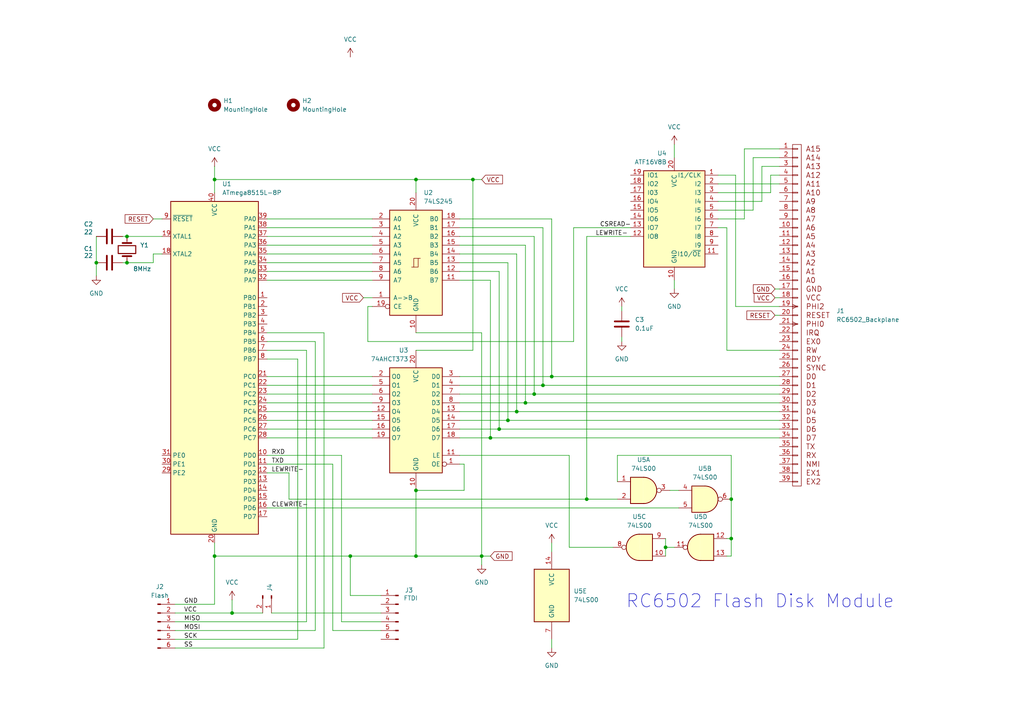
<source format=kicad_sch>
(kicad_sch (version 20231120) (generator "eeschema") (generator_version "8.0")
  (paper "A4")
  (lib_symbols
    (symbol "74xx:74AHCT373"
      (property "Reference" "U" (at -7.62 16.51 0))
      (property "Value" "74AHCT373" (at -7.62 -16.51 0))
      (symbol "74AHCT373_1_0"
        (pin input inverted (at -12.7 -12.7 0) (length 5.08) (name "OE") (number "1"))
        (pin power_in line (at 0 -20.32 90) (length 5.08) (name "GND") (number "10"))
        (pin input line (at -12.7 -10.16 0) (length 5.08) (name "LE") (number "11"))
        (pin tri_state line (at 12.7 2.54 180) (length 5.08) (name "O4") (number "12"))
        (pin input line (at -12.7 2.54 0) (length 5.08) (name "D4") (number "13"))
        (pin input line (at -12.7 0 0) (length 5.08) (name "D5") (number "14"))
        (pin tri_state line (at 12.7 0 180) (length 5.08) (name "O5") (number "15"))
        (pin tri_state line (at 12.7 -2.54 180) (length 5.08) (name "O6") (number "16"))
        (pin input line (at -12.7 -2.54 0) (length 5.08) (name "D6") (number "17"))
        (pin input line (at -12.7 -5.08 0) (length 5.08) (name "D7") (number "18"))
        (pin tri_state line (at 12.7 -5.08 180) (length 5.08) (name "O7") (number "19"))
        (pin tri_state line (at 12.7 12.7 180) (length 5.08) (name "O0") (number "2"))
        (pin power_in line (at 0 20.32 270) (length 5.08) (name "VCC") (number "20"))
        (pin input line (at -12.7 12.7 0) (length 5.08) (name "D0") (number "3"))
        (pin input line (at -12.7 10.16 0) (length 5.08) (name "D1") (number "4"))
        (pin tri_state line (at 12.7 10.16 180) (length 5.08) (name "O1") (number "5"))
        (pin tri_state line (at 12.7 7.62 180) (length 5.08) (name "O2") (number "6"))
        (pin input line (at -12.7 7.62 0) (length 5.08) (name "D2") (number "7"))
        (pin input line (at -12.7 5.08 0) (length 5.08) (name "D3") (number "8"))
        (pin tri_state line (at 12.7 5.08 180) (length 5.08) (name "O3") (number "9"))
      )
      (symbol "74AHCT373_1_1"
        (rectangle (start -7.62 15.24) (end 7.62 -15.24) (stroke (width 0.254)) (fill (type background)))
      )
    )
    (symbol "74xx:74LS00" (pin_names (offset 1.016))
      (property "Reference" "U" (at 0 1.27 0))
      (property "Value" "74LS00" (at 0 -1.27 0))
      (symbol "74LS00_1_1"
        (arc (start 0 -3.81) (mid 3.7934 0) (end 0 3.81) (stroke (width 0.254)) (fill (type background)))
        (polyline (pts (xy 0 3.81) (xy -3.81 3.81) (xy -3.81 -3.81) (xy 0 -3.81)) (stroke (width 0.254)) (fill (type background)))
        (pin input line (at -7.62 2.54 0) (length 3.81) (name "~") (number "1"))
        (pin input line (at -7.62 -2.54 0) (length 3.81) (name "~") (number "2"))
        (pin output inverted (at 7.62 0 180) (length 3.81) (name "~") (number "3"))
      )
      (symbol "74LS00_1_2"
        (arc (start -3.81 -3.81) (mid -2.589 0) (end -3.81 3.81) (stroke (width 0.254)))
        (arc (start -0.6096 -3.81) (mid 2.1842 -2.5851) (end 3.81 0) (stroke (width 0.254)) (fill (type background)))
        (polyline (pts (xy -3.81 -3.81) (xy -0.635 -3.81)) (stroke (width 0.254)) (fill (type background)))
        (polyline (pts (xy -3.81 3.81) (xy -0.635 3.81)) (stroke (width 0.254)) (fill (type background)))
        (polyline (pts (xy -0.635 3.81) (xy -3.81 3.81) (xy -3.81 3.81) (xy -3.556 3.4036) (xy -3.0226 2.2606) (xy -2.6924 1.0414) (xy -2.6162 -0.254) (xy -2.7686 -1.4986) (xy -3.175 -2.7178) (xy -3.81 -3.81) (xy -3.81 -3.81) (xy -0.635 -3.81)) (stroke (width -25.4)) (fill (type background)))
        (arc (start 3.81 0) (mid 2.1915 2.5936) (end -0.6096 3.81) (stroke (width 0.254)) (fill (type background)))
        (pin input inverted (at -7.62 2.54 0) (length 4.318) (name "~") (number "1"))
        (pin input inverted (at -7.62 -2.54 0) (length 4.318) (name "~") (number "2"))
        (pin output line (at 7.62 0 180) (length 3.81) (name "~") (number "3"))
      )
      (symbol "74LS00_2_1"
        (arc (start 0 -3.81) (mid 3.7934 0) (end 0 3.81) (stroke (width 0.254)) (fill (type background)))
        (polyline (pts (xy 0 3.81) (xy -3.81 3.81) (xy -3.81 -3.81) (xy 0 -3.81)) (stroke (width 0.254)) (fill (type background)))
        (pin input line (at -7.62 2.54 0) (length 3.81) (name "~") (number "4"))
        (pin input line (at -7.62 -2.54 0) (length 3.81) (name "~") (number "5"))
        (pin output inverted (at 7.62 0 180) (length 3.81) (name "~") (number "6"))
      )
      (symbol "74LS00_2_2"
        (arc (start -3.81 -3.81) (mid -2.589 0) (end -3.81 3.81) (stroke (width 0.254)))
        (arc (start -0.6096 -3.81) (mid 2.1842 -2.5851) (end 3.81 0) (stroke (width 0.254)) (fill (type background)))
        (polyline (pts (xy -3.81 -3.81) (xy -0.635 -3.81)) (stroke (width 0.254)) (fill (type background)))
        (polyline (pts (xy -3.81 3.81) (xy -0.635 3.81)) (stroke (width 0.254)) (fill (type background)))
        (polyline (pts (xy -0.635 3.81) (xy -3.81 3.81) (xy -3.81 3.81) (xy -3.556 3.4036) (xy -3.0226 2.2606) (xy -2.6924 1.0414) (xy -2.6162 -0.254) (xy -2.7686 -1.4986) (xy -3.175 -2.7178) (xy -3.81 -3.81) (xy -3.81 -3.81) (xy -0.635 -3.81)) (stroke (width -25.4)) (fill (type background)))
        (arc (start 3.81 0) (mid 2.1915 2.5936) (end -0.6096 3.81) (stroke (width 0.254)) (fill (type background)))
        (pin input inverted (at -7.62 2.54 0) (length 4.318) (name "~") (number "4"))
        (pin input inverted (at -7.62 -2.54 0) (length 4.318) (name "~") (number "5"))
        (pin output line (at 7.62 0 180) (length 3.81) (name "~") (number "6"))
      )
      (symbol "74LS00_3_1"
        (arc (start 0 -3.81) (mid 3.7934 0) (end 0 3.81) (stroke (width 0.254)) (fill (type background)))
        (polyline (pts (xy 0 3.81) (xy -3.81 3.81) (xy -3.81 -3.81) (xy 0 -3.81)) (stroke (width 0.254)) (fill (type background)))
        (pin input line (at -7.62 -2.54 0) (length 3.81) (name "~") (number "10"))
        (pin output inverted (at 7.62 0 180) (length 3.81) (name "~") (number "8"))
        (pin input line (at -7.62 2.54 0) (length 3.81) (name "~") (number "9"))
      )
      (symbol "74LS00_3_2"
        (arc (start -3.81 -3.81) (mid -2.589 0) (end -3.81 3.81) (stroke (width 0.254)))
        (arc (start -0.6096 -3.81) (mid 2.1842 -2.5851) (end 3.81 0) (stroke (width 0.254)) (fill (type background)))
        (polyline (pts (xy -3.81 -3.81) (xy -0.635 -3.81)) (stroke (width 0.254)) (fill (type background)))
        (polyline (pts (xy -3.81 3.81) (xy -0.635 3.81)) (stroke (width 0.254)) (fill (type background)))
        (polyline (pts (xy -0.635 3.81) (xy -3.81 3.81) (xy -3.81 3.81) (xy -3.556 3.4036) (xy -3.0226 2.2606) (xy -2.6924 1.0414) (xy -2.6162 -0.254) (xy -2.7686 -1.4986) (xy -3.175 -2.7178) (xy -3.81 -3.81) (xy -3.81 -3.81) (xy -0.635 -3.81)) (stroke (width -25.4)) (fill (type background)))
        (arc (start 3.81 0) (mid 2.1915 2.5936) (end -0.6096 3.81) (stroke (width 0.254)) (fill (type background)))
        (pin input inverted (at -7.62 -2.54 0) (length 4.318) (name "~") (number "10"))
        (pin output line (at 7.62 0 180) (length 3.81) (name "~") (number "8"))
        (pin input inverted (at -7.62 2.54 0) (length 4.318) (name "~") (number "9"))
      )
      (symbol "74LS00_4_1"
        (arc (start 0 -3.81) (mid 3.7934 0) (end 0 3.81) (stroke (width 0.254)) (fill (type background)))
        (polyline (pts (xy 0 3.81) (xy -3.81 3.81) (xy -3.81 -3.81) (xy 0 -3.81)) (stroke (width 0.254)) (fill (type background)))
        (pin output inverted (at 7.62 0 180) (length 3.81) (name "~") (number "11"))
        (pin input line (at -7.62 2.54 0) (length 3.81) (name "~") (number "12"))
        (pin input line (at -7.62 -2.54 0) (length 3.81) (name "~") (number "13"))
      )
      (symbol "74LS00_4_2"
        (arc (start -3.81 -3.81) (mid -2.589 0) (end -3.81 3.81) (stroke (width 0.254)))
        (arc (start -0.6096 -3.81) (mid 2.1842 -2.5851) (end 3.81 0) (stroke (width 0.254)) (fill (type background)))
        (polyline (pts (xy -3.81 -3.81) (xy -0.635 -3.81)) (stroke (width 0.254)) (fill (type background)))
        (polyline (pts (xy -3.81 3.81) (xy -0.635 3.81)) (stroke (width 0.254)) (fill (type background)))
        (polyline (pts (xy -0.635 3.81) (xy -3.81 3.81) (xy -3.81 3.81) (xy -3.556 3.4036) (xy -3.0226 2.2606) (xy -2.6924 1.0414) (xy -2.6162 -0.254) (xy -2.7686 -1.4986) (xy -3.175 -2.7178) (xy -3.81 -3.81) (xy -3.81 -3.81) (xy -0.635 -3.81)) (stroke (width -25.4)) (fill (type background)))
        (arc (start 3.81 0) (mid 2.1915 2.5936) (end -0.6096 3.81) (stroke (width 0.254)) (fill (type background)))
        (pin output line (at 7.62 0 180) (length 3.81) (name "~") (number "11"))
        (pin input inverted (at -7.62 2.54 0) (length 4.318) (name "~") (number "12"))
        (pin input inverted (at -7.62 -2.54 0) (length 4.318) (name "~") (number "13"))
      )
      (symbol "74LS00_5_0"
        (pin power_in line (at 0 12.7 270) (length 5.08) (name "VCC") (number "14"))
        (pin power_in line (at 0 -12.7 90) (length 5.08) (name "GND") (number "7"))
      )
      (symbol "74LS00_5_1"
        (rectangle (start -5.08 7.62) (end 5.08 -7.62) (stroke (width 0.254)) (fill (type background)))
      )
    )
    (symbol "74xx:74LS245" (pin_names (offset 1.016))
      (property "Reference" "U" (at -7.62 16.51 0))
      (property "Value" "74LS245" (at -7.62 -16.51 0))
      (symbol "74LS245_1_0"
        (polyline (pts (xy -0.635 -1.27) (xy -0.635 1.27) (xy 0.635 1.27)))
        (polyline (pts (xy -1.27 -1.27) (xy 0.635 -1.27) (xy 0.635 1.27) (xy 1.27 1.27)))
        (pin input line (at -12.7 -10.16 0) (length 5.08) (name "A->B") (number "1"))
        (pin power_in line (at 0 -20.32 90) (length 5.08) (name "GND") (number "10"))
        (pin tri_state line (at 12.7 -5.08 180) (length 5.08) (name "B7") (number "11"))
        (pin tri_state line (at 12.7 -2.54 180) (length 5.08) (name "B6") (number "12"))
        (pin tri_state line (at 12.7 0 180) (length 5.08) (name "B5") (number "13"))
        (pin tri_state line (at 12.7 2.54 180) (length 5.08) (name "B4") (number "14"))
        (pin tri_state line (at 12.7 5.08 180) (length 5.08) (name "B3") (number "15"))
        (pin tri_state line (at 12.7 7.62 180) (length 5.08) (name "B2") (number "16"))
        (pin tri_state line (at 12.7 10.16 180) (length 5.08) (name "B1") (number "17"))
        (pin tri_state line (at 12.7 12.7 180) (length 5.08) (name "B0") (number "18"))
        (pin input inverted (at -12.7 -12.7 0) (length 5.08) (name "CE") (number "19"))
        (pin tri_state line (at -12.7 12.7 0) (length 5.08) (name "A0") (number "2"))
        (pin power_in line (at 0 20.32 270) (length 5.08) (name "VCC") (number "20"))
        (pin tri_state line (at -12.7 10.16 0) (length 5.08) (name "A1") (number "3"))
        (pin tri_state line (at -12.7 7.62 0) (length 5.08) (name "A2") (number "4"))
        (pin tri_state line (at -12.7 5.08 0) (length 5.08) (name "A3") (number "5"))
        (pin tri_state line (at -12.7 2.54 0) (length 5.08) (name "A4") (number "6"))
        (pin tri_state line (at -12.7 0 0) (length 5.08) (name "A5") (number "7"))
        (pin tri_state line (at -12.7 -2.54 0) (length 5.08) (name "A6") (number "8"))
        (pin tri_state line (at -12.7 -5.08 0) (length 5.08) (name "A7") (number "9"))
      )
      (symbol "74LS245_1_1"
        (rectangle (start -7.62 15.24) (end 7.62 -15.24) (stroke (width 0.254)) (fill (type background)))
      )
    )
    (symbol "Connector:Conn_01x02_Pin" (pin_names (offset 1.016) hide)
      (property "Reference" "J" (at 0 2.54 0))
      (property "Value" "Conn_01x02_Pin" (at 0 -5.08 0))
      (symbol "Conn_01x02_Pin_1_1"
        (polyline (pts (xy 1.27 -2.54) (xy 0.8636 -2.54)) (stroke (width 0.1524)))
        (polyline (pts (xy 1.27 0) (xy 0.8636 0)) (stroke (width 0.1524)))
        (rectangle (start 0.8636 -2.413) (end 0 -2.667) (stroke (width 0.1524)) (fill (type outline)))
        (rectangle (start 0.8636 0.127) (end 0 -0.127) (stroke (width 0.1524)) (fill (type outline)))
        (pin passive line (at 5.08 0 180) (length 3.81) (name "Pin_1") (number "1"))
        (pin passive line (at 5.08 -2.54 180) (length 3.81) (name "Pin_2") (number "2"))
      )
    )
    (symbol "Connector:Conn_01x06_Pin" (pin_names (offset 1.016) hide)
      (property "Reference" "J" (at 0 7.62 0))
      (property "Value" "Conn_01x06_Pin" (at 0 -10.16 0))
      (symbol "Conn_01x06_Pin_1_1"
        (polyline (pts (xy 1.27 -7.62) (xy 0.8636 -7.62)) (stroke (width 0.1524)))
        (polyline (pts (xy 1.27 -5.08) (xy 0.8636 -5.08)) (stroke (width 0.1524)))
        (polyline (pts (xy 1.27 -2.54) (xy 0.8636 -2.54)) (stroke (width 0.1524)))
        (polyline (pts (xy 1.27 0) (xy 0.8636 0)) (stroke (width 0.1524)))
        (polyline (pts (xy 1.27 2.54) (xy 0.8636 2.54)) (stroke (width 0.1524)))
        (polyline (pts (xy 1.27 5.08) (xy 0.8636 5.08)) (stroke (width 0.1524)))
        (rectangle (start 0.8636 -7.493) (end 0 -7.747) (stroke (width 0.1524)) (fill (type outline)))
        (rectangle (start 0.8636 -4.953) (end 0 -5.207) (stroke (width 0.1524)) (fill (type outline)))
        (rectangle (start 0.8636 -2.413) (end 0 -2.667) (stroke (width 0.1524)) (fill (type outline)))
        (rectangle (start 0.8636 0.127) (end 0 -0.127) (stroke (width 0.1524)) (fill (type outline)))
        (rectangle (start 0.8636 2.667) (end 0 2.413) (stroke (width 0.1524)) (fill (type outline)))
        (rectangle (start 0.8636 5.207) (end 0 4.953) (stroke (width 0.1524)) (fill (type outline)))
        (pin passive line (at 5.08 5.08 180) (length 3.81) (name "Pin_1") (number "1"))
        (pin passive line (at 5.08 2.54 180) (length 3.81) (name "Pin_2") (number "2"))
        (pin passive line (at 5.08 0 180) (length 3.81) (name "Pin_3") (number "3"))
        (pin passive line (at 5.08 -2.54 180) (length 3.81) (name "Pin_4") (number "4"))
        (pin passive line (at 5.08 -5.08 180) (length 3.81) (name "Pin_5") (number "5"))
        (pin passive line (at 5.08 -7.62 180) (length 3.81) (name "Pin_6") (number "6"))
      )
    )
    (symbol "Device:C" (pin_numbers hide) (pin_names (offset 0.254))
      (property "Reference" "C" (at 0.635 2.54 0))
      (property "Value" "C" (at 0.635 -2.54 0))
      (symbol "C_0_1"
        (polyline (pts (xy -2.032 -0.762) (xy 2.032 -0.762)) (stroke (width 0.508)))
        (polyline (pts (xy -2.032 0.762) (xy 2.032 0.762)) (stroke (width 0.508)))
      )
      (symbol "C_1_1"
        (pin passive line (at 0 3.81 270) (length 2.794) (name "~") (number "1"))
        (pin passive line (at 0 -3.81 90) (length 2.794) (name "~") (number "2"))
      )
    )
    (symbol "Device:Crystal" (pin_numbers hide) (pin_names (offset 1.016) hide)
      (property "Reference" "Y" (at 0 3.81 0))
      (property "Value" "Crystal" (at 0 -3.81 0))
      (symbol "Crystal_0_1"
        (rectangle (start -1.143 2.54) (end 1.143 -2.54) (stroke (width 0.3048)))
        (polyline (pts (xy -2.54 0) (xy -1.905 0)))
        (polyline (pts (xy -1.905 -1.27) (xy -1.905 1.27)) (stroke (width 0.508)))
        (polyline (pts (xy 1.905 -1.27) (xy 1.905 1.27)) (stroke (width 0.508)))
        (polyline (pts (xy 2.54 0) (xy 1.905 0)))
      )
      (symbol "Crystal_1_1"
        (pin passive line (at -3.81 0 0) (length 1.27) (name "1") (number "1"))
        (pin passive line (at 3.81 0 180) (length 1.27) (name "2") (number "2"))
      )
    )
    (symbol "Logic_Programmable:GAL16V8" (pin_names (offset 1.016))
      (property "Reference" "U" (at -8.89 16.51 0))
      (property "Value" "GAL16V8" (at 1.27 16.51 0))
      (symbol "GAL16V8_0_0"
        (pin power_in line (at 0 -17.78 90) (length 3.81) (name "GND") (number "10"))
        (pin power_in line (at 0 17.78 270) (length 3.81) (name "VCC") (number "20"))
      )
      (symbol "GAL16V8_0_1"
        (rectangle (start -8.89 13.97) (end 8.89 -13.97) (stroke (width 0.254)) (fill (type background)))
      )
      (symbol "GAL16V8_1_1"
        (pin input line (at -12.7 12.7 0) (length 3.81) (name "I1/CLK") (number "1"))
        (pin input line (at -12.7 -10.16 0) (length 3.81) (name "I10/~{OE}") (number "11"))
        (pin tri_state line (at 12.7 -5.08 180) (length 3.81) (name "IO8") (number "12"))
        (pin tri_state line (at 12.7 -2.54 180) (length 3.81) (name "IO7") (number "13"))
        (pin tri_state line (at 12.7 0 180) (length 3.81) (name "IO6") (number "14"))
        (pin tri_state line (at 12.7 2.54 180) (length 3.81) (name "IO5") (number "15"))
        (pin tri_state line (at 12.7 5.08 180) (length 3.81) (name "IO4") (number "16"))
        (pin tri_state line (at 12.7 7.62 180) (length 3.81) (name "I03") (number "17"))
        (pin tri_state line (at 12.7 10.16 180) (length 3.81) (name "IO2") (number "18"))
        (pin tri_state line (at 12.7 12.7 180) (length 3.81) (name "IO1") (number "19"))
        (pin input line (at -12.7 10.16 0) (length 3.81) (name "I2") (number "2"))
        (pin input line (at -12.7 7.62 0) (length 3.81) (name "I3") (number "3"))
        (pin input line (at -12.7 5.08 0) (length 3.81) (name "I4") (number "4"))
        (pin input line (at -12.7 2.54 0) (length 3.81) (name "I5") (number "5"))
        (pin input line (at -12.7 0 0) (length 3.81) (name "I6") (number "6"))
        (pin input line (at -12.7 -2.54 0) (length 3.81) (name "I7") (number "7"))
        (pin input line (at -12.7 -5.08 0) (length 3.81) (name "I8") (number "8"))
        (pin input line (at -12.7 -7.62 0) (length 3.81) (name "I9") (number "9"))
      )
    )
    (symbol "MCU_Microchip_ATmega:ATmega8515L-8P"
      (property "Reference" "U" (at -12.7 49.53 0))
      (property "Value" "ATmega8515L-8P" (at 2.54 -49.53 0))
      (symbol "ATmega8515L-8P_0_1"
        (rectangle (start -12.7 -48.26) (end 12.7 48.26) (stroke (width 0.254)) (fill (type background)))
      )
      (symbol "ATmega8515L-8P_1_1"
        (pin bidirectional line (at 15.24 20.32 180) (length 2.54) (name "PB0") (number "1"))
        (pin bidirectional line (at 15.24 -25.4 180) (length 2.54) (name "PD0") (number "10"))
        (pin bidirectional line (at 15.24 -27.94 180) (length 2.54) (name "PD1") (number "11"))
        (pin bidirectional line (at 15.24 -30.48 180) (length 2.54) (name "PD2") (number "12"))
        (pin bidirectional line (at 15.24 -33.02 180) (length 2.54) (name "PD3") (number "13"))
        (pin bidirectional line (at 15.24 -35.56 180) (length 2.54) (name "PD4") (number "14"))
        (pin bidirectional line (at 15.24 -38.1 180) (length 2.54) (name "PD5") (number "15"))
        (pin bidirectional line (at 15.24 -40.64 180) (length 2.54) (name "PD6") (number "16"))
        (pin bidirectional line (at 15.24 -43.18 180) (length 2.54) (name "PD7") (number "17"))
        (pin output line (at -15.24 33.02 0) (length 2.54) (name "XTAL2") (number "18"))
        (pin input line (at -15.24 38.1 0) (length 2.54) (name "XTAL1") (number "19"))
        (pin bidirectional line (at 15.24 17.78 180) (length 2.54) (name "PB1") (number "2"))
        (pin power_in line (at 0 -50.8 90) (length 2.54) (name "GND") (number "20"))
        (pin bidirectional line (at 15.24 -2.54 180) (length 2.54) (name "PC0") (number "21"))
        (pin bidirectional line (at 15.24 -5.08 180) (length 2.54) (name "PC1") (number "22"))
        (pin bidirectional line (at 15.24 -7.62 180) (length 2.54) (name "PC2") (number "23"))
        (pin bidirectional line (at 15.24 -10.16 180) (length 2.54) (name "PC3") (number "24"))
        (pin bidirectional line (at 15.24 -12.7 180) (length 2.54) (name "PC4") (number "25"))
        (pin bidirectional line (at 15.24 -15.24 180) (length 2.54) (name "PC5") (number "26"))
        (pin bidirectional line (at 15.24 -17.78 180) (length 2.54) (name "PC6") (number "27"))
        (pin bidirectional line (at 15.24 -20.32 180) (length 2.54) (name "PC7") (number "28"))
        (pin bidirectional line (at -15.24 -30.48 0) (length 2.54) (name "PE2") (number "29"))
        (pin bidirectional line (at 15.24 15.24 180) (length 2.54) (name "PB2") (number "3"))
        (pin bidirectional line (at -15.24 -27.94 0) (length 2.54) (name "PE1") (number "30"))
        (pin bidirectional line (at -15.24 -25.4 0) (length 2.54) (name "PE0") (number "31"))
        (pin bidirectional line (at 15.24 25.4 180) (length 2.54) (name "PA7") (number "32"))
        (pin bidirectional line (at 15.24 27.94 180) (length 2.54) (name "PA6") (number "33"))
        (pin bidirectional line (at 15.24 30.48 180) (length 2.54) (name "PA5") (number "34"))
        (pin bidirectional line (at 15.24 33.02 180) (length 2.54) (name "PA4") (number "35"))
        (pin bidirectional line (at 15.24 35.56 180) (length 2.54) (name "PA3") (number "36"))
        (pin bidirectional line (at 15.24 38.1 180) (length 2.54) (name "PA2") (number "37"))
        (pin bidirectional line (at 15.24 40.64 180) (length 2.54) (name "PA1") (number "38"))
        (pin bidirectional line (at 15.24 43.18 180) (length 2.54) (name "PA0") (number "39"))
        (pin bidirectional line (at 15.24 12.7 180) (length 2.54) (name "PB3") (number "4"))
        (pin power_in line (at 0 50.8 270) (length 2.54) (name "VCC") (number "40"))
        (pin bidirectional line (at 15.24 10.16 180) (length 2.54) (name "PB4") (number "5"))
        (pin bidirectional line (at 15.24 7.62 180) (length 2.54) (name "PB5") (number "6"))
        (pin bidirectional line (at 15.24 5.08 180) (length 2.54) (name "PB6") (number "7"))
        (pin bidirectional line (at 15.24 2.54 180) (length 2.54) (name "PB7") (number "8"))
        (pin input line (at -15.24 43.18 0) (length 2.54) (name "~{RESET}") (number "9"))
      )
    )
    (symbol "Mechanical:MountingHole" (pin_names (offset 1.016)) (exclude_from_sim yes) (in_bom no)
      (property "Reference" "H" (at 0 5.08 0))
      (property "Value" "MountingHole" (at 0 3.175 0))
      (symbol "MountingHole_0_1"
        (circle (center 0 0) (radius 1.27) (stroke (width 1.27)))
      )
    )
    (symbol "power:GND" (power) (pin_numbers hide) (pin_names (offset 0) hide)
      (property "Value" "GND" (at 0 -3.81 0))
      (symbol "GND_0_1"
        (polyline (pts (xy 0 0) (xy 0 -1.27) (xy 1.27 -1.27) (xy 0 -2.54) (xy -1.27 -1.27) (xy 0 -1.27)))
      )
      (symbol "GND_1_1"
        (pin power_in line (at 0 0 270) (length 0) (name "~") (number "1"))
      )
    )
    (symbol "power:VCC" (power) (pin_numbers hide) (pin_names (offset 0) hide)
      (property "Value" "VCC" (at 0 3.556 0))
      (symbol "VCC_0_1"
        (polyline (pts (xy -0.762 1.27) (xy 0 2.54)))
        (polyline (pts (xy 0 0) (xy 0 2.54)))
        (polyline (pts (xy 0 2.54) (xy 0.762 1.27)))
      )
      (symbol "VCC_1_1"
        (pin power_in line (at 0 0 90) (length 0) (name "~") (number "1"))
      )
    )
    (symbol "rc6502_backplane:RC6502_Backplane_Extra" (pin_names (offset 1.016) hide)
      (property "Reference" "J" (at 0 50.8 0))
      (property "Value" "RC6502_Backplane_Extra" (at 11.43 -1.27 90))
      (symbol "RC6502_Backplane_Extra_0_0"
        (text "A0" (at 2.54 10.16 0) (effects (font (size 1.524 1.524)) (justify left)))
        (text "A1" (at 2.54 12.7 0) (effects (font (size 1.524 1.524)) (justify left)))
        (text "A10" (at 2.54 35.56 0) (effects (font (size 1.524 1.524)) (justify left)))
        (text "A11" (at 2.54 38.1 0) (effects (font (size 1.524 1.524)) (justify left)))
        (text "A12" (at 2.54 40.64 0) (effects (font (size 1.524 1.524)) (justify left)))
        (text "A13" (at 2.54 43.18 0) (effects (font (size 1.524 1.524)) (justify left)))
        (text "A14" (at 2.54 45.72 0) (effects (font (size 1.524 1.524)) (justify left)))
        (text "A15" (at 2.54 48.26 0) (effects (font (size 1.524 1.524)) (justify left)))
        (text "A2" (at 2.54 15.24 0) (effects (font (size 1.524 1.524)) (justify left)))
        (text "A3" (at 2.54 17.78 0) (effects (font (size 1.524 1.524)) (justify left)))
        (text "A4" (at 2.54 20.32 0) (effects (font (size 1.524 1.524)) (justify left)))
        (text "A5" (at 2.54 22.86 0) (effects (font (size 1.524 1.524)) (justify left)))
        (text "A6" (at 2.54 25.4 0) (effects (font (size 1.524 1.524)) (justify left)))
        (text "A7" (at 2.54 27.94 0) (effects (font (size 1.524 1.524)) (justify left)))
        (text "A8" (at 2.54 30.48 0) (effects (font (size 1.524 1.524)) (justify left)))
        (text "A9" (at 2.54 33.02 0) (effects (font (size 1.524 1.524)) (justify left)))
        (text "D0" (at 2.54 -17.78 0) (effects (font (size 1.524 1.524)) (justify left)))
        (text "D1" (at 2.54 -20.32 0) (effects (font (size 1.524 1.524)) (justify left)))
        (text "D2" (at 2.54 -22.86 0) (effects (font (size 1.524 1.524)) (justify left)))
        (text "D3" (at 2.54 -25.4 0) (effects (font (size 1.524 1.524)) (justify left)))
        (text "D4" (at 2.54 -27.94 0) (effects (font (size 1.524 1.524)) (justify left)))
        (text "D5" (at 2.54 -30.48 0) (effects (font (size 1.524 1.524)) (justify left)))
        (text "D6" (at 2.54 -33.02 0) (effects (font (size 1.524 1.524)) (justify left)))
        (text "D7" (at 2.54 -35.56 0) (effects (font (size 1.524 1.524)) (justify left)))
        (text "EX0" (at 2.54 -7.62 0) (effects (font (size 1.524 1.524)) (justify left)))
        (text "EX1" (at 2.54 -45.72 0) (effects (font (size 1.524 1.524)) (justify left)))
        (text "EX2" (at 2.54 -48.26 0) (effects (font (size 1.524 1.524)) (justify left)))
        (text "GND" (at 2.54 7.62 0) (effects (font (size 1.524 1.524)) (justify left)))
        (text "IRQ" (at 2.54 -5.08 0) (effects (font (size 1.524 1.524)) (justify left)))
        (text "NMI" (at 2.54 -43.18 0) (effects (font (size 1.524 1.524)) (justify left)))
        (text "PHI0" (at 2.54 -2.54 0) (effects (font (size 1.524 1.524)) (justify left)))
        (text "PHI2" (at 2.54 2.54 0) (effects (font (size 1.524 1.524)) (justify left)))
        (text "RDY" (at 2.54 -12.7 0) (effects (font (size 1.524 1.524)) (justify left)))
        (text "RESET" (at 2.54 0 0) (effects (font (size 1.524 1.524)) (justify left)))
        (text "RW" (at 2.54 -10.16 0) (effects (font (size 1.524 1.524)) (justify left)))
        (text "RX" (at 2.54 -40.64 0) (effects (font (size 1.524 1.524)) (justify left)))
        (text "SYNC" (at 2.54 -15.24 0) (effects (font (size 1.524 1.524)) (justify left)))
        (text "TX" (at 2.54 -38.1 0) (effects (font (size 1.524 1.524)) (justify left)))
        (text "VCC" (at 2.54 5.08 0) (effects (font (size 1.524 1.524)) (justify left)))
      )
      (symbol "RC6502_Backplane_Extra_0_1"
        (rectangle (start -1.27 -49.53) (end 1.27 49.53))
        (rectangle (start -1.27 -48.133) (end 0.254 -48.387))
        (rectangle (start -1.27 -45.593) (end 0.254 -45.847))
        (rectangle (start -1.27 -43.053) (end 0.254 -43.307))
        (rectangle (start -1.27 -40.513) (end 0.254 -40.767))
        (rectangle (start -1.27 -37.973) (end 0.254 -38.227))
        (rectangle (start -1.27 -35.433) (end 0.254 -35.687))
        (rectangle (start -1.27 -32.893) (end 0.254 -33.147))
        (rectangle (start -1.27 -30.353) (end 0.254 -30.607))
        (rectangle (start -1.27 -27.813) (end 0.254 -28.067))
        (rectangle (start -1.27 -25.273) (end 0.254 -25.527))
        (rectangle (start -1.27 -22.733) (end 0.254 -22.987))
        (rectangle (start -1.27 -20.193) (end 0.254 -20.447))
        (rectangle (start -1.27 -17.653) (end 0.254 -17.907))
        (rectangle (start -1.27 -15.113) (end 0.254 -15.367))
        (rectangle (start -1.27 -12.573) (end 0.254 -12.827))
        (rectangle (start -1.27 -10.033) (end 0.254 -10.287))
        (rectangle (start -1.27 -7.493) (end 0.254 -7.747))
        (rectangle (start -1.27 -4.953) (end 0.254 -5.207))
        (rectangle (start -1.27 -2.413) (end 0.254 -2.667))
        (rectangle (start -1.27 0.127) (end 0.254 -0.127))
        (rectangle (start -1.27 2.667) (end 0.254 2.413))
        (rectangle (start -1.27 5.207) (end 0.254 4.953))
        (rectangle (start -1.27 7.747) (end 0.254 7.493))
        (rectangle (start -1.27 10.287) (end 0.254 10.033))
        (rectangle (start -1.27 12.827) (end 0.254 12.573))
        (rectangle (start -1.27 15.367) (end 0.254 15.113))
        (rectangle (start -1.27 17.907) (end 0.254 17.653))
        (rectangle (start -1.27 20.447) (end 0.254 20.193))
        (rectangle (start -1.27 22.987) (end 0.254 22.733))
        (rectangle (start -1.27 25.527) (end 0.254 25.273))
        (rectangle (start -1.27 28.067) (end 0.254 27.813))
        (rectangle (start -1.27 30.607) (end 0.254 30.353))
        (rectangle (start -1.27 33.147) (end 0.254 32.893))
        (rectangle (start -1.27 35.687) (end 0.254 35.433))
        (rectangle (start -1.27 38.227) (end 0.254 37.973))
        (rectangle (start -1.27 40.767) (end 0.254 40.513))
        (rectangle (start -1.27 43.307) (end 0.254 43.053))
        (rectangle (start -1.27 45.847) (end 0.254 45.593))
        (rectangle (start -1.27 48.387) (end 0.254 48.133))
      )
      (symbol "RC6502_Backplane_Extra_1_1"
        (pin bidirectional line (at -5.08 48.26 0) (length 3.81) (name "A15") (number "1"))
        (pin bidirectional line (at -5.08 25.4 0) (length 3.81) (name "A6") (number "10"))
        (pin bidirectional line (at -5.08 22.86 0) (length 3.81) (name "A5") (number "11"))
        (pin bidirectional line (at -5.08 20.32 0) (length 3.81) (name "A4") (number "12"))
        (pin bidirectional line (at -5.08 17.78 0) (length 3.81) (name "A3") (number "13"))
        (pin bidirectional line (at -5.08 15.24 0) (length 3.81) (name "A2") (number "14"))
        (pin bidirectional line (at -5.08 12.7 0) (length 3.81) (name "A1") (number "15"))
        (pin bidirectional line (at -5.08 10.16 0) (length 3.81) (name "A0") (number "16"))
        (pin power_out line (at -5.08 7.62 0) (length 3.81) (name "P17") (number "17"))
        (pin power_out line (at -5.08 5.08 0) (length 3.81) (name "P18") (number "18"))
        (pin bidirectional clock (at -5.08 2.54 0) (length 3.81) (name "PHI2") (number "19"))
        (pin bidirectional line (at -5.08 45.72 0) (length 3.81) (name "A14") (number "2"))
        (pin bidirectional line (at -5.08 0 0) (length 3.81) (name "RESET") (number "20"))
        (pin bidirectional clock (at -5.08 -2.54 0) (length 3.81) (name "PHI0") (number "21"))
        (pin bidirectional line (at -5.08 -5.08 0) (length 3.81) (name "IRQ") (number "22"))
        (pin bidirectional line (at -5.08 -7.62 0) (length 3.81) (name "EX0") (number "23"))
        (pin bidirectional line (at -5.08 -10.16 0) (length 3.81) (name "RW") (number "24"))
        (pin bidirectional line (at -5.08 -12.7 0) (length 3.81) (name "READY") (number "25"))
        (pin bidirectional line (at -5.08 -15.24 0) (length 3.81) (name "SYNC") (number "26"))
        (pin bidirectional line (at -5.08 -17.78 0) (length 3.81) (name "D0") (number "27"))
        (pin bidirectional line (at -5.08 -20.32 0) (length 3.81) (name "D1") (number "28"))
        (pin bidirectional line (at -5.08 -22.86 0) (length 3.81) (name "D2") (number "29"))
        (pin bidirectional line (at -5.08 43.18 0) (length 3.81) (name "A13") (number "3"))
        (pin bidirectional line (at -5.08 -25.4 0) (length 3.81) (name "D3") (number "30"))
        (pin bidirectional line (at -5.08 -27.94 0) (length 3.81) (name "D4") (number "31"))
        (pin bidirectional line (at -5.08 -30.48 0) (length 3.81) (name "D5") (number "32"))
        (pin bidirectional line (at -5.08 -33.02 0) (length 3.81) (name "D6") (number "33"))
        (pin bidirectional line (at -5.08 -35.56 0) (length 3.81) (name "D7") (number "34"))
        (pin bidirectional line (at -5.08 -38.1 0) (length 3.81) (name "TX") (number "35"))
        (pin bidirectional line (at -5.08 -40.64 0) (length 3.81) (name "RX") (number "36"))
        (pin bidirectional line (at -5.08 -43.18 0) (length 3.81) (name "NMI") (number "37"))
        (pin bidirectional line (at -5.08 -45.72 0) (length 3.81) (name "EX1") (number "38"))
        (pin bidirectional line (at -5.08 -48.26 0) (length 3.81) (name "EX2") (number "39"))
        (pin bidirectional line (at -5.08 40.64 0) (length 3.81) (name "A12") (number "4"))
        (pin bidirectional line (at -5.08 38.1 0) (length 3.81) (name "A11") (number "5"))
        (pin bidirectional line (at -5.08 35.56 0) (length 3.81) (name "A10") (number "6"))
        (pin bidirectional line (at -5.08 33.02 0) (length 3.81) (name "A9") (number "7"))
        (pin bidirectional line (at -5.08 30.48 0) (length 3.81) (name "A8") (number "8"))
        (pin bidirectional line (at -5.08 27.94 0) (length 3.81) (name "A7") (number "9"))
      )
    )
  )
  (junction (at 137.16 52.07))
  (junction (at 160.02 109.22))
  (junction (at 62.23 161.29))
  (junction (at 154.94 114.3))
  (junction (at 120.65 52.07))
  (junction (at 152.4 116.84))
  (junction (at 193.04 158.75))
  (junction (at 142.24 127))
  (junction (at 157.48 111.76))
  (junction (at 120.65 161.29))
  (junction (at 149.86 119.38))
  (junction (at 212.09 156.21))
  (junction (at 62.23 52.07))
  (junction (at 67.31 177.8))
  (junction (at 212.09 144.78))
  (junction (at 170.18 144.78))
  (junction (at 27.94 76.2))
  (junction (at 36.83 68.58))
  (junction (at 101.6 161.29))
  (junction (at 144.78 124.46))
  (junction (at 139.7 161.29))
  (junction (at 36.83 76.2))
  (junction (at 147.32 121.92))
  (junction (at 120.65 142.24))
  (wire (pts (xy 218.44 45.72) (xy 226.06 45.72)))
  (wire (pts (xy 213.36 50.8) (xy 213.36 88.9)))
  (wire (pts (xy 77.47 101.6) (xy 88.9 101.6)))
  (wire (pts (xy 152.4 116.84) (xy 226.06 116.84)))
  (wire (pts (xy 133.35 114.3) (xy 154.94 114.3)))
  (wire (pts (xy 224.79 86.36) (xy 226.06 86.36)))
  (wire (pts (xy 133.35 76.2) (xy 147.32 76.2)))
  (wire (pts (xy 208.28 60.96) (xy 218.44 60.96)))
  (wire (pts (xy 144.78 124.46) (xy 226.06 124.46)))
  (wire (pts (xy 133.35 63.5) (xy 160.02 63.5)))
  (wire (pts (xy 160.02 157.48) (xy 160.02 160.02)))
  (wire (pts (xy 110.49 180.34) (xy 99.06 180.34)))
  (wire (pts (xy 44.45 76.2) (xy 44.45 73.66)))
  (wire (pts (xy 133.35 111.76) (xy 157.48 111.76)))
  (wire (pts (xy 77.47 78.74) (xy 107.95 78.74)))
  (wire (pts (xy 220.98 48.26) (xy 226.06 48.26)))
  (wire (pts (xy 83.82 137.16) (xy 83.82 144.78)))
  (wire (pts (xy 160.02 63.5) (xy 160.02 109.22)))
  (wire (pts (xy 193.04 156.21) (xy 193.04 158.75)))
  (wire (pts (xy 77.47 109.22) (xy 107.95 109.22)))
  (wire (pts (xy 133.35 78.74) (xy 144.78 78.74)))
  (wire (pts (xy 77.47 81.28) (xy 107.95 81.28)))
  (wire (pts (xy 77.47 124.46) (xy 107.95 124.46)))
  (wire (pts (xy 165.1 158.75) (xy 165.1 132.08)))
  (wire (pts (xy 160.02 109.22) (xy 226.06 109.22)))
  (wire (pts (xy 208.28 55.88) (xy 223.52 55.88)))
  (wire (pts (xy 120.65 161.29) (xy 120.65 142.24)))
  (wire (pts (xy 139.7 96.52) (xy 139.7 161.29)))
  (wire (pts (xy 77.47 137.16) (xy 83.82 137.16)))
  (wire (pts (xy 154.94 68.58) (xy 154.94 114.3)))
  (wire (pts (xy 133.35 71.12) (xy 152.4 71.12)))
  (wire (pts (xy 152.4 71.12) (xy 152.4 116.84)))
  (wire (pts (xy 210.82 161.29) (xy 212.09 161.29)))
  (wire (pts (xy 149.86 119.38) (xy 226.06 119.38)))
  (wire (pts (xy 120.65 161.29) (xy 139.7 161.29)))
  (wire (pts (xy 210.82 66.04) (xy 210.82 101.6)))
  (wire (pts (xy 147.32 76.2) (xy 147.32 121.92)))
  (wire (pts (xy 137.16 52.07) (xy 137.16 101.6)))
  (wire (pts (xy 86.36 185.42) (xy 50.8 185.42)))
  (wire (pts (xy 27.94 76.2) (xy 27.94 80.01)))
  (wire (pts (xy 88.9 101.6) (xy 88.9 180.34)))
  (wire (pts (xy 224.79 83.82) (xy 226.06 83.82)))
  (wire (pts (xy 134.62 142.24) (xy 120.65 142.24)))
  (wire (pts (xy 86.36 104.14) (xy 86.36 185.42)))
  (wire (pts (xy 62.23 52.07) (xy 120.65 52.07)))
  (wire (pts (xy 134.62 134.62) (xy 134.62 142.24)))
  (wire (pts (xy 106.68 88.9) (xy 106.68 99.06)))
  (wire (pts (xy 77.47 127) (xy 107.95 127)))
  (wire (pts (xy 35.56 76.2) (xy 36.83 76.2)))
  (wire (pts (xy 107.95 88.9) (xy 106.68 88.9)))
  (wire (pts (xy 223.52 50.8) (xy 226.06 50.8)))
  (wire (pts (xy 93.98 96.52) (xy 93.98 187.96)))
  (wire (pts (xy 208.28 63.5) (xy 215.9 63.5)))
  (wire (pts (xy 208.28 53.34) (xy 226.06 53.34)))
  (wire (pts (xy 134.62 134.62) (xy 133.35 134.62)))
  (wire (pts (xy 44.45 63.5) (xy 46.99 63.5)))
  (wire (pts (xy 139.7 163.83) (xy 139.7 161.29)))
  (wire (pts (xy 193.04 158.75) (xy 193.04 161.29)))
  (wire (pts (xy 101.6 161.29) (xy 120.65 161.29)))
  (wire (pts (xy 215.9 43.18) (xy 226.06 43.18)))
  (wire (pts (xy 133.35 66.04) (xy 157.48 66.04)))
  (wire (pts (xy 77.47 68.58) (xy 107.95 68.58)))
  (wire (pts (xy 44.45 73.66) (xy 46.99 73.66)))
  (wire (pts (xy 208.28 66.04) (xy 210.82 66.04)))
  (wire (pts (xy 62.23 161.29) (xy 101.6 161.29)))
  (wire (pts (xy 137.16 52.07) (xy 139.7 52.07)))
  (wire (pts (xy 120.65 52.07) (xy 120.65 55.88)))
  (wire (pts (xy 212.09 156.21) (xy 212.09 144.78)))
  (wire (pts (xy 120.65 101.6) (xy 137.16 101.6)))
  (wire (pts (xy 224.79 91.44) (xy 226.06 91.44)))
  (wire (pts (xy 77.47 119.38) (xy 107.95 119.38)))
  (wire (pts (xy 36.83 76.2) (xy 44.45 76.2)))
  (wire (pts (xy 133.35 127) (xy 142.24 127)))
  (wire (pts (xy 62.23 55.88) (xy 62.23 52.07)))
  (wire (pts (xy 50.8 177.8) (xy 67.31 177.8)))
  (wire (pts (xy 93.98 187.96) (xy 50.8 187.96)))
  (wire (pts (xy 165.1 132.08) (xy 133.35 132.08)))
  (wire (pts (xy 77.47 71.12) (xy 107.95 71.12)))
  (wire (pts (xy 194.31 142.24) (xy 196.85 142.24)))
  (wire (pts (xy 78.74 177.8) (xy 110.49 177.8)))
  (wire (pts (xy 110.49 172.72) (xy 101.6 172.72)))
  (wire (pts (xy 193.04 158.75) (xy 195.58 158.75)))
  (wire (pts (xy 142.24 81.28) (xy 142.24 127)))
  (wire (pts (xy 208.28 58.42) (xy 220.98 58.42)))
  (wire (pts (xy 160.02 185.42) (xy 160.02 187.96)))
  (wire (pts (xy 77.47 63.5) (xy 107.95 63.5)))
  (wire (pts (xy 67.31 177.8) (xy 76.2 177.8)))
  (wire (pts (xy 195.58 41.91) (xy 195.58 45.72)))
  (wire (pts (xy 91.44 182.88) (xy 50.8 182.88)))
  (wire (pts (xy 62.23 157.48) (xy 62.23 161.29)))
  (wire (pts (xy 133.35 116.84) (xy 152.4 116.84)))
  (wire (pts (xy 133.35 81.28) (xy 142.24 81.28)))
  (wire (pts (xy 133.35 124.46) (xy 144.78 124.46)))
  (wire (pts (xy 177.8 158.75) (xy 165.1 158.75)))
  (wire (pts (xy 149.86 73.66) (xy 149.86 119.38)))
  (wire (pts (xy 77.47 73.66) (xy 107.95 73.66)))
  (wire (pts (xy 88.9 180.34) (xy 50.8 180.34)))
  (wire (pts (xy 213.36 88.9) (xy 226.06 88.9)))
  (wire (pts (xy 133.35 121.92) (xy 147.32 121.92)))
  (wire (pts (xy 106.68 99.06) (xy 166.37 99.06)))
  (wire (pts (xy 210.82 101.6) (xy 226.06 101.6)))
  (wire (pts (xy 133.35 119.38) (xy 149.86 119.38)))
  (wire (pts (xy 77.47 104.14) (xy 86.36 104.14)))
  (wire (pts (xy 170.18 68.58) (xy 182.88 68.58)))
  (wire (pts (xy 154.94 114.3) (xy 226.06 114.3)))
  (wire (pts (xy 157.48 66.04) (xy 157.48 111.76)))
  (wire (pts (xy 35.56 68.58) (xy 36.83 68.58)))
  (wire (pts (xy 166.37 99.06) (xy 166.37 66.04)))
  (wire (pts (xy 166.37 66.04) (xy 182.88 66.04)))
  (wire (pts (xy 179.07 132.08) (xy 212.09 132.08)))
  (wire (pts (xy 142.24 127) (xy 226.06 127)))
  (wire (pts (xy 110.49 182.88) (xy 96.52 182.88)))
  (wire (pts (xy 170.18 68.58) (xy 170.18 144.78)))
  (wire (pts (xy 99.06 180.34) (xy 99.06 132.08)))
  (wire (pts (xy 101.6 172.72) (xy 101.6 161.29)))
  (wire (pts (xy 107.95 86.36) (xy 105.41 86.36)))
  (wire (pts (xy 50.8 175.26) (xy 62.23 175.26)))
  (wire (pts (xy 77.47 147.32) (xy 196.85 147.32)))
  (wire (pts (xy 62.23 48.26) (xy 62.23 52.07)))
  (wire (pts (xy 27.94 68.58) (xy 27.94 76.2)))
  (wire (pts (xy 213.36 50.8) (xy 208.28 50.8)))
  (wire (pts (xy 36.83 68.58) (xy 46.99 68.58)))
  (wire (pts (xy 77.47 99.06) (xy 91.44 99.06)))
  (wire (pts (xy 180.34 88.9) (xy 180.34 90.17)))
  (wire (pts (xy 120.65 52.07) (xy 137.16 52.07)))
  (wire (pts (xy 220.98 48.26) (xy 220.98 58.42)))
  (wire (pts (xy 91.44 99.06) (xy 91.44 182.88)))
  (wire (pts (xy 133.35 109.22) (xy 160.02 109.22)))
  (wire (pts (xy 67.31 177.8) (xy 67.31 173.99)))
  (wire (pts (xy 180.34 97.79) (xy 180.34 99.06)))
  (wire (pts (xy 96.52 134.62) (xy 77.47 134.62)))
  (wire (pts (xy 179.07 132.08) (xy 179.07 139.7)))
  (wire (pts (xy 77.47 114.3) (xy 107.95 114.3)))
  (wire (pts (xy 77.47 76.2) (xy 107.95 76.2)))
  (wire (pts (xy 96.52 182.88) (xy 96.52 134.62)))
  (wire (pts (xy 62.23 175.26) (xy 62.23 161.29)))
  (wire (pts (xy 133.35 73.66) (xy 149.86 73.66)))
  (wire (pts (xy 210.82 156.21) (xy 212.09 156.21)))
  (wire (pts (xy 212.09 132.08) (xy 212.09 144.78)))
  (wire (pts (xy 99.06 132.08) (xy 77.47 132.08)))
  (wire (pts (xy 77.47 111.76) (xy 107.95 111.76)))
  (wire (pts (xy 212.09 161.29) (xy 212.09 156.21)))
  (wire (pts (xy 77.47 116.84) (xy 107.95 116.84)))
  (wire (pts (xy 223.52 50.8) (xy 223.52 55.88)))
  (wire (pts (xy 215.9 43.18) (xy 215.9 63.5)))
  (wire (pts (xy 77.47 121.92) (xy 107.95 121.92)))
  (wire (pts (xy 170.18 144.78) (xy 179.07 144.78)))
  (wire (pts (xy 144.78 78.74) (xy 144.78 124.46)))
  (wire (pts (xy 195.58 83.82) (xy 195.58 81.28)))
  (wire (pts (xy 77.47 66.04) (xy 107.95 66.04)))
  (wire (pts (xy 157.48 111.76) (xy 226.06 111.76)))
  (wire (pts (xy 142.24 161.29) (xy 139.7 161.29)))
  (wire (pts (xy 218.44 45.72) (xy 218.44 60.96)))
  (wire (pts (xy 77.47 96.52) (xy 93.98 96.52)))
  (wire (pts (xy 133.35 68.58) (xy 154.94 68.58)))
  (wire (pts (xy 120.65 96.52) (xy 139.7 96.52)))
  (wire (pts (xy 83.82 144.78) (xy 170.18 144.78)))
  (wire (pts (xy 147.32 121.92) (xy 226.06 121.92)))
  (text "RC6502 Flash Disk Module\n" (at 220.472 174.498 0) (effects (font (size 3.81 3.81))))
  (label "MOSI" (at 53.34 182.88 0))
  (label "GND" (at 53.34 175.26 0))
  (label "CLEWRITE-" (at 78.74 147.32 0))
  (label "LEWRITE-" (at 172.72 68.58 0))
  (label "TXD" (at 78.74 134.62 0))
  (label "CSREAD-" (at 173.99 66.04 0))
  (label "SCK" (at 53.34 185.42 0))
  (label "MISO" (at 53.34 180.34 0))
  (label "RXD" (at 78.74 132.08 0))
  (label "LEWRITE-" (at 78.74 137.16 0))
  (label "VCC" (at 53.34 177.8 0))
  (label "SS" (at 53.34 187.96 0))
  (global_label "GND" (shape input) (at 224.79 83.82 180) (property "Intersheetrefs" "${INTERSHEET_REFS}" (effects (hide yes))))
  (global_label "VCC" (shape input) (at 105.41 86.36 180) (property "Intersheetrefs" "${INTERSHEET_REFS}" (effects (hide yes))))
  (global_label "GND" (shape input) (at 142.24 161.29 0) (property "Intersheetrefs" "${INTERSHEET_REFS}" (effects (hide yes))))
  (global_label "VCC" (shape input) (at 224.79 86.36 180) (property "Intersheetrefs" "${INTERSHEET_REFS}" (effects (hide yes))))
  (global_label "RESET" (shape input) (at 224.79 91.44 180) (property "Intersheetrefs" "${INTERSHEET_REFS}" (effects (hide yes))))
  (global_label "RESET" (shape input) (at 44.45 63.5 180) (property "Intersheetrefs" "${INTERSHEET_REFS}" (effects (hide yes))))
  (global_label "VCC" (shape input) (at 139.7 52.07 0) (property "Intersheetrefs" "${INTERSHEET_REFS}" (effects (hide yes))))
  (symbol (lib_id "power:VCC") (at 101.6 16.51 0) (unit 1)
    (property "Reference" "#PWR02" (effects (hide yes)))
    (property "Value" "VCC" (at 101.6 11.43 0))
    (property "Description" "Power symbol creates a global label with name \"VCC\"" (effects (hide yes)))
  )
  (symbol (lib_id "Mechanical:MountingHole") (at 62.23 30.48 0) (unit 1) (exclude_from_sim yes) (in_bom no)
    (property "Reference" "H1" (at 64.77 29.2099 0) (effects (justify left)))
    (property "Value" "MountingHole" (at 64.77 31.7499 0) (effects (justify left)))
    (property "Footprint" "MountingHole:MountingHole_2.5mm" (effects (hide yes)))
    (property "Description" "Mounting Hole without connection" (effects (hide yes)))
  )
  (symbol (lib_id "MCU_Microchip_ATmega:ATmega8515L-8P") (at 62.23 106.68 0) (unit 1)
    (property "Reference" "U1" (at 64.4241 53.34 0) (effects (justify left)))
    (property "Value" "ATmega8515L-8P" (at 64.4241 55.88 0) (effects (justify left)))
    (property "Footprint" "Package_DIP:DIP-40_W15.24mm" (effects (hide yes)))
    (property "Datasheet" "http://ww1.microchip.com/downloads/en/DeviceDoc/doc2512.pdf" (effects (hide yes)))
    (property "Description" "8MHz, 8kB Flash, 512B SRAM, 512B EEPROM, DIP-40" (effects (hide yes)))
  )
  (symbol (lib_id "power:VCC") (at 180.34 88.9 0) (unit 1)
    (property "Reference" "#PWR08" (effects (hide yes)))
    (property "Value" "VCC" (at 180.34 83.82 0))
    (property "Description" "Power symbol creates a global label with name \"VCC\"" (effects (hide yes)))
  )
  (symbol (lib_id "power:VCC") (at 160.02 157.48 0) (unit 1)
    (property "Reference" "#PWR011" (effects (hide yes)))
    (property "Value" "VCC" (at 160.02 152.4 0))
    (property "Description" "Power symbol creates a global label with name \"VCC\"" (effects (hide yes)))
  )
  (symbol (lib_id "Connector:Conn_01x06_Pin") (at 45.72 180.34 0) (unit 1)
    (property "Reference" "J2" (at 46.355 170.18 0))
    (property "Value" "Flash" (at 46.355 172.72 0))
    (property "Footprint" "Connector_PinHeader_2.54mm:PinHeader_1x06_P2.54mm_Vertical" (effects (hide yes)))
    (property "Description" "Generic connector, single row, 01x06, script generated" (effects (hide yes)))
  )
  (symbol (lib_id "74xx:74LS00") (at 204.47 144.78 0) (unit 2)
    (property "Reference" "U5" (at 204.4617 135.89 0))
    (property "Value" "74LS00" (at 204.4617 138.43 0))
    (property "Footprint" "Package_DIP:DIP-14_W7.62mm" (effects (hide yes)))
    (property "Datasheet" "http://www.ti.com/lit/gpn/sn74ls00" (effects (hide yes)))
    (property "Description" "quad 2-input NAND gate" (effects (hide yes)))
  )
  (symbol (lib_id "74xx:74LS00") (at 160.02 172.72 0) (unit 5)
    (property "Reference" "U5" (at 166.37 171.4499 0) (effects (justify left)))
    (property "Value" "74LS00" (at 166.37 173.9899 0) (effects (justify left)))
    (property "Footprint" "Package_DIP:DIP-14_W7.62mm" (effects (hide yes)))
    (property "Datasheet" "http://www.ti.com/lit/gpn/sn74ls00" (effects (hide yes)))
    (property "Description" "quad 2-input NAND gate" (effects (hide yes)))
  )
  (symbol (lib_id "power:GND") (at 27.94 80.01 0) (unit 1)
    (property "Reference" "#PWR01" (effects (hide yes)))
    (property "Value" "GND" (at 27.94 85.09 0))
    (property "Description" "Power symbol creates a global label with name \"GND\" , ground" (effects (hide yes)))
  )
  (symbol (lib_id "power:GND") (at 180.34 99.06 0) (unit 1)
    (property "Reference" "#PWR09" (effects (hide yes)))
    (property "Value" "GND" (at 180.34 104.14 0))
    (property "Description" "Power symbol creates a global label with name \"GND\" , ground" (effects (hide yes)))
  )
  (symbol (lib_id "74xx:74LS00") (at 203.2 158.75 0) (mirror y) (unit 4)
    (property "Reference" "U5" (at 203.2083 149.86 0))
    (property "Value" "74LS00" (at 203.2083 152.4 0))
    (property "Datasheet" "http://www.ti.com/lit/gpn/sn74ls00" (effects (hide yes)))
    (property "Description" "quad 2-input NAND gate" (effects (hide yes)))
  )
  (symbol (lib_id "power:GND") (at 139.7 163.83 0) (unit 1)
    (property "Reference" "#PWR04" (effects (hide yes)))
    (property "Value" "GND" (at 139.7 168.91 0))
    (property "Description" "Power symbol creates a global label with name \"GND\" , ground" (effects (hide yes)))
  )
  (symbol (lib_id "Connector:Conn_01x06_Pin") (at 115.57 177.8 0) (mirror y) (unit 1)
    (property "Reference" "J3" (at 118.618 171.196 0))
    (property "Value" "FTDI" (at 119.126 173.482 0))
    (property "Footprint" "Connector_PinSocket_2.54mm:PinSocket_1x06_P2.54mm_Vertical" (effects (hide yes)))
    (property "Description" "Generic connector, single row, 01x06, script generated" (effects (hide yes)))
  )
  (symbol (lib_id "Connector:Conn_01x02_Pin") (at 78.74 172.72 270) (unit 1)
    (property "Reference" "J4" (at 78.232 170.434 0))
    (property "Value" "Conn_01x02_Pin" (effects (hide yes)))
    (property "Footprint" "Connector_PinSocket_2.54mm:PinSocket_1x02_P2.54mm_Vertical" (effects (hide yes)))
    (property "Description" "Generic connector, single row, 01x02, script generated" (effects (hide yes)))
  )
  (symbol (lib_id "Logic_Programmable:GAL16V8") (at 195.58 63.5 0) (mirror y) (unit 1)
    (property "Reference" "U4" (at 193.3859 44.45 0) (effects (justify left)))
    (property "Value" "ATF16V8B" (at 193.3859 46.99 0) (effects (justify left)))
    (property "Footprint" "Package_DIP:DIP-20_W7.62mm" (effects (hide yes)))
    (property "Description" "Programmable Logic Array, DIP-20/SOIC-20/PLCC-20" (effects (hide yes)))
  )
  (symbol (lib_id "74xx:74AHCT373") (at 120.65 121.92 0) (mirror y) (unit 1)
    (property "Reference" "U3" (at 118.4559 101.6 0) (effects (justify left)))
    (property "Value" "74AHCT373" (at 118.4559 104.14 0) (effects (justify left)))
    (property "Footprint" "Package_DIP:DIP-20_W7.62mm" (effects (hide yes)))
    (property "Datasheet" "https://www.ti.com/lit/ds/symlink/sn74ahct373.pdf" (effects (hide yes)))
    (property "Description" "8-bit Latch, 3-state outputs" (effects (hide yes)))
  )
  (symbol (lib_id "power:VCC") (at 195.58 41.91 0) (unit 1)
    (property "Reference" "#PWR06" (effects (hide yes)))
    (property "Value" "VCC" (at 195.58 36.83 0))
    (property "Description" "Power symbol creates a global label with name \"VCC\"" (effects (hide yes)))
  )
  (symbol (lib_id "power:VCC") (at 67.31 173.99 0) (unit 1)
    (property "Reference" "#PWR05" (effects (hide yes)))
    (property "Value" "VCC" (at 67.31 168.91 0))
    (property "Description" "Power symbol creates a global label with name \"VCC\"" (effects (hide yes)))
  )
  (symbol (lib_id "Mechanical:MountingHole") (at 85.09 30.48 0) (unit 1) (exclude_from_sim yes) (in_bom no)
    (property "Reference" "H2" (at 87.63 29.2099 0) (effects (justify left)))
    (property "Value" "MountingHole" (at 87.63 31.7499 0) (effects (justify left)))
    (property "Footprint" "MountingHole:MountingHole_2.5mm" (effects (hide yes)))
    (property "Description" "Mounting Hole without connection" (effects (hide yes)))
  )
  (symbol (lib_id "rc6502_backplane:RC6502_Backplane_Extra") (at 231.14 91.44 0) (unit 1)
    (property "Reference" "J1" (at 242.57 90.1699 0) (effects (justify left)))
    (property "Value" "RC6502_Backplane" (at 242.57 92.7099 0) (effects (justify left)))
    (property "Footprint" "Connector_PinSocket_2.54mm:PinSocket_1x39_P2.54mm_Vertical" (effects (hide yes)))
  )
  (symbol (lib_id "Device:C") (at 31.75 68.58 90) (unit 1)
    (property "Reference" "C2" (at 25.654 65.024 90))
    (property "Value" "22" (at 25.654 67.31 90))
    (property "Footprint" "Capacitor_THT:C_Disc_D5.0mm_W2.5mm_P2.50mm" (effects (hide yes)))
    (property "Description" "Unpolarized capacitor" (effects (hide yes)))
  )
  (symbol (lib_id "power:GND") (at 195.58 83.82 0) (unit 1)
    (property "Reference" "#PWR07" (effects (hide yes)))
    (property "Value" "GND" (at 195.58 88.9 0))
    (property "Description" "Power symbol creates a global label with name \"GND\" , ground" (effects (hide yes)))
  )
  (symbol (lib_id "Device:C") (at 31.75 76.2 90) (unit 1)
    (property "Reference" "C1" (at 25.654 72.136 90))
    (property "Value" "22" (at 25.654 74.168 90))
    (property "Footprint" "Capacitor_THT:C_Disc_D5.0mm_W2.5mm_P2.50mm" (effects (hide yes)))
    (property "Description" "Unpolarized capacitor" (effects (hide yes)))
  )
  (symbol (lib_id "74xx:74LS245") (at 120.65 76.2 0) (unit 1)
    (property "Reference" "U2" (at 122.8441 55.88 0) (effects (justify left)))
    (property "Value" "74LS245" (at 122.8441 58.42 0) (effects (justify left)))
    (property "Footprint" "Package_DIP:DIP-20_W7.62mm" (effects (hide yes)))
    (property "Datasheet" "http://www.ti.com/lit/gpn/sn74LS245" (effects (hide yes)))
    (property "Description" "Octal BUS Transceivers, 3-State outputs" (effects (hide yes)))
  )
  (symbol (lib_id "power:GND") (at 160.02 187.96 0) (unit 1)
    (property "Reference" "#PWR010" (effects (hide yes)))
    (property "Value" "GND" (at 160.02 193.04 0))
    (property "Description" "Power symbol creates a global label with name \"GND\" , ground" (effects (hide yes)))
  )
  (symbol (lib_id "Device:Crystal") (at 36.83 72.39 90) (unit 1)
    (property "Reference" "Y1" (at 40.64 71.1199 90) (effects (justify right)))
    (property "Value" "8MHz" (at 38.608 77.978 90) (effects (justify right)))
    (property "Footprint" "Crystal:Crystal_HC18-U_Vertical" (effects (hide yes)))
    (property "Description" "Two pin crystal" (effects (hide yes)))
  )
  (symbol (lib_id "74xx:74LS00") (at 186.69 142.24 0) (unit 1)
    (property "Reference" "U5" (at 186.6817 133.35 0))
    (property "Value" "74LS00" (at 186.6817 135.89 0))
    (property "Footprint" "Package_DIP:DIP-14_W7.62mm" (effects (hide yes)))
    (property "Datasheet" "http://www.ti.com/lit/gpn/sn74ls00" (effects (hide yes)))
    (property "Description" "quad 2-input NAND gate" (effects (hide yes)))
  )
  (symbol (lib_id "Device:C") (at 180.34 93.98 0) (unit 1)
    (property "Reference" "C3" (at 184.15 92.7099 0) (effects (justify left)))
    (property "Value" "0.1uF" (at 184.15 95.2499 0) (effects (justify left)))
    (property "Footprint" "Capacitor_THT:C_Disc_D7.5mm_W5.0mm_P7.50mm" (effects (hide yes)))
    (property "Description" "Unpolarized capacitor" (effects (hide yes)))
  )
  (symbol (lib_id "power:VCC") (at 62.23 48.26 0) (unit 1)
    (property "Reference" "#PWR03" (effects (hide yes)))
    (property "Value" "VCC" (at 62.23 43.18 0))
    (property "Description" "Power symbol creates a global label with name \"VCC\"" (effects (hide yes)))
  )
  (symbol (lib_id "74xx:74LS00") (at 185.42 158.75 0) (mirror y) (unit 3)
    (property "Reference" "U5" (at 185.4283 149.86 0))
    (property "Value" "74LS00" (at 185.4283 152.4 0))
    (property "Datasheet" "http://www.ti.com/lit/gpn/sn74ls00" (effects (hide yes)))
    (property "Description" "quad 2-input NAND gate" (effects (hide yes)))
  )
)
</source>
